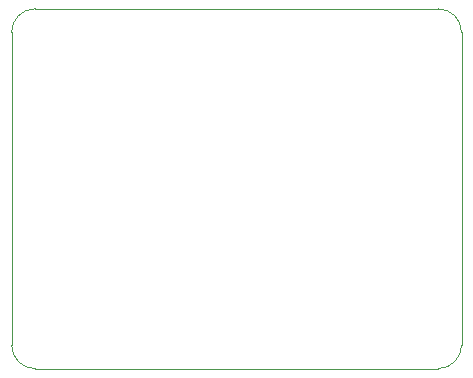
<source format=gko>
G04 #@! TF.GenerationSoftware,KiCad,Pcbnew,(5.1.2)-1*
G04 #@! TF.CreationDate,2020-12-05T14:01:01+09:00*
G04 #@! TF.ProjectId,M5Atom_CAN,4d354174-6f6d-45f4-9341-4e2e6b696361,rev?*
G04 #@! TF.SameCoordinates,Original*
G04 #@! TF.FileFunction,Profile,NP*
%FSLAX46Y46*%
G04 Gerber Fmt 4.6, Leading zero omitted, Abs format (unit mm)*
G04 Created by KiCad (PCBNEW (5.1.2)-1) date 2020-12-05 14:01:01*
%MOMM*%
%LPD*%
G04 APERTURE LIST*
%ADD10C,0.050000*%
G04 APERTURE END LIST*
D10*
X133063999Y-139699999D02*
G75*
G02X131064001Y-137699999I1J1999999D01*
G01*
X169164000Y-137699999D02*
X169164000Y-111220001D01*
X167164000Y-109220001D02*
G75*
G02X169163999Y-111220000I0J-1999999D01*
G01*
X167163999Y-109220001D02*
X133064000Y-109220001D01*
X131064000Y-111220001D02*
X131064000Y-137699999D01*
X169163999Y-137699999D02*
G75*
G02X167163999Y-139699999I-2000000J0D01*
G01*
X133064000Y-139699999D02*
X167163999Y-139700000D01*
X131064000Y-111220001D02*
G75*
G02X133064000Y-109220001I2000000J0D01*
G01*
M02*

</source>
